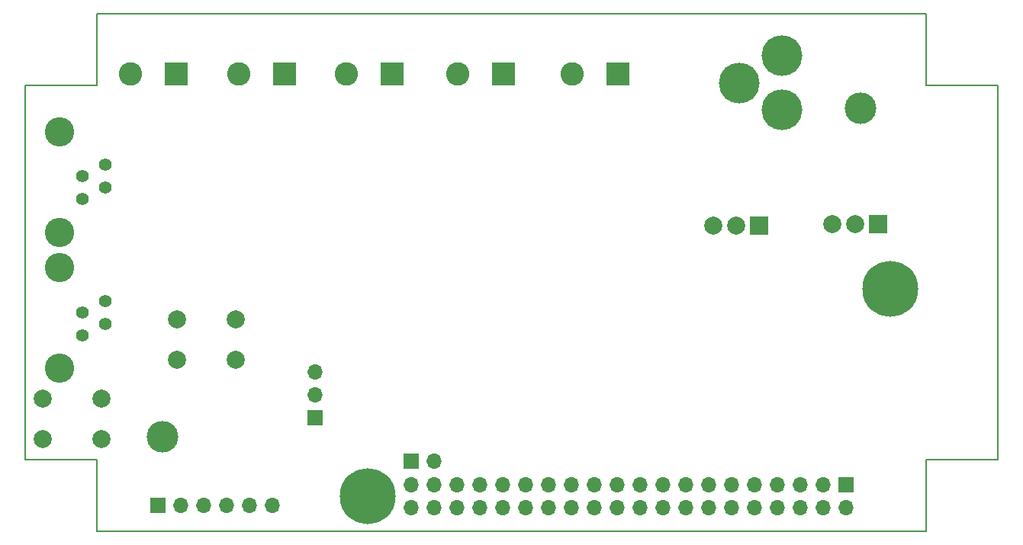
<source format=gbr>
%TF.GenerationSoftware,KiCad,Pcbnew,(5.1.9)-1*%
%TF.CreationDate,2021-07-08T16:45:59-05:00*%
%TF.ProjectId,RPi_Zero_pHat_Template,5250695f-5a65-4726-9f5f-704861745f54,rev?*%
%TF.SameCoordinates,Original*%
%TF.FileFunction,Soldermask,Bot*%
%TF.FilePolarity,Negative*%
%FSLAX46Y46*%
G04 Gerber Fmt 4.6, Leading zero omitted, Abs format (unit mm)*
G04 Created by KiCad (PCBNEW (5.1.9)-1) date 2021-07-08 16:45:59*
%MOMM*%
%LPD*%
G01*
G04 APERTURE LIST*
%TA.AperFunction,Profile*%
%ADD10C,0.150000*%
%TD*%
%ADD11C,6.200000*%
%ADD12C,1.397000*%
%ADD13C,3.251200*%
%ADD14O,1.700000X1.700000*%
%ADD15R,1.700000X1.700000*%
%ADD16C,3.500000*%
%ADD17C,2.000000*%
%ADD18C,2.600000*%
%ADD19R,2.600000X2.600000*%
%ADD20C,4.521200*%
%ADD21R,2.000000X2.000000*%
G04 APERTURE END LIST*
D10*
X197750000Y-125046000D02*
X197750000Y-83546000D01*
X189750000Y-83546000D02*
X197750000Y-83546000D01*
X189750000Y-83546000D02*
X189750000Y-75546000D01*
X197750000Y-125046000D02*
X189750000Y-125046000D01*
X189750000Y-133046000D02*
X189750000Y-125046000D01*
X97750000Y-133046000D02*
X189750000Y-133046000D01*
X97750000Y-125046000D02*
X97750000Y-133046000D01*
X97750000Y-125046000D02*
X89750000Y-125046000D01*
X89750000Y-125046000D02*
X89750000Y-83546000D01*
X89750000Y-83546000D02*
X97750000Y-83546000D01*
X97750000Y-75546000D02*
X97750000Y-83546000D01*
X97750000Y-75546000D02*
X189750000Y-75546000D01*
D11*
%TO.C,*%
X185760000Y-106105000D03*
%TD*%
%TO.C,*%
X127760000Y-129105000D03*
%TD*%
D12*
%TO.C,J4*%
X96131000Y-111252000D03*
X98671000Y-109982000D03*
X96131000Y-108712000D03*
D13*
X93611000Y-114935000D03*
D12*
X98671000Y-107442000D03*
D13*
X93611000Y-103759000D03*
%TD*%
D12*
%TO.C,J3*%
X96131000Y-96139000D03*
X98671000Y-94869000D03*
X96131000Y-93599000D03*
D13*
X93611000Y-99822000D03*
D12*
X98671000Y-92329000D03*
D13*
X93611000Y-88646000D03*
%TD*%
D14*
%TO.C,J10*%
X117233700Y-130149600D03*
X114693700Y-130149600D03*
X112153700Y-130149600D03*
X109613700Y-130149600D03*
X107073700Y-130149600D03*
D15*
X104533700Y-130149600D03*
%TD*%
D16*
%TO.C,H3*%
X105000000Y-122546000D03*
%TD*%
D17*
%TO.C,SW2*%
X98244800Y-118313200D03*
X98244800Y-122813200D03*
X91744800Y-118313200D03*
X91744800Y-122813200D03*
%TD*%
D14*
%TO.C,J11*%
X135166100Y-125285500D03*
D15*
X132626100Y-125285500D03*
%TD*%
D14*
%TO.C,J12*%
X121907300Y-115379500D03*
X121907300Y-117919500D03*
D15*
X121907300Y-120459500D03*
%TD*%
D14*
%TO.C,J2*%
X132630000Y-130375000D03*
X132630000Y-127835000D03*
X135170000Y-130375000D03*
X135170000Y-127835000D03*
X137710000Y-130375000D03*
X137710000Y-127835000D03*
X140250000Y-130375000D03*
X140250000Y-127835000D03*
X142790000Y-130375000D03*
X142790000Y-127835000D03*
X145330000Y-130375000D03*
X145330000Y-127835000D03*
X147870000Y-130375000D03*
X147870000Y-127835000D03*
X150410000Y-130375000D03*
X150410000Y-127835000D03*
X152950000Y-130375000D03*
X152950000Y-127835000D03*
X155490000Y-130375000D03*
X155490000Y-127835000D03*
X158030000Y-130375000D03*
X158030000Y-127835000D03*
X160570000Y-130375000D03*
X160570000Y-127835000D03*
X163110000Y-130375000D03*
X163110000Y-127835000D03*
X165650000Y-130375000D03*
X165650000Y-127835000D03*
X168190000Y-130375000D03*
X168190000Y-127835000D03*
X170730000Y-130375000D03*
X170730000Y-127835000D03*
X173270000Y-130375000D03*
X173270000Y-127835000D03*
X175810000Y-130375000D03*
X175810000Y-127835000D03*
X178350000Y-130375000D03*
X178350000Y-127835000D03*
X180890000Y-130375000D03*
D15*
X180890000Y-127835000D03*
%TD*%
D17*
%TO.C,SW1*%
X113091100Y-109499400D03*
X113091100Y-113999400D03*
X106591100Y-109499400D03*
X106591100Y-113999400D03*
%TD*%
D16*
%TO.C,H2*%
X182500000Y-86046000D03*
%TD*%
D18*
%TO.C,J8*%
X125374400Y-82245200D03*
D19*
X130454400Y-82245200D03*
%TD*%
D18*
%TO.C,J7*%
X113487200Y-82245200D03*
D19*
X118567200Y-82245200D03*
%TD*%
D18*
%TO.C,J9*%
X101422200Y-82245200D03*
D19*
X106502200Y-82245200D03*
%TD*%
D18*
%TO.C,J6*%
X137795000Y-82245200D03*
D19*
X142875000Y-82245200D03*
%TD*%
D18*
%TO.C,J5*%
X150495000Y-82245200D03*
D19*
X155575000Y-82245200D03*
%TD*%
D20*
%TO.C,J1*%
X173736000Y-86233000D03*
X169037000Y-83233260D03*
X173736000Y-80233520D03*
%TD*%
D17*
%TO.C,U2*%
X179324000Y-98933000D03*
X181864000Y-98933000D03*
D21*
X184404000Y-98933000D03*
%TD*%
D17*
%TO.C,U3*%
X166116000Y-99060000D03*
X168656000Y-99060000D03*
D21*
X171196000Y-99060000D03*
%TD*%
M02*

</source>
